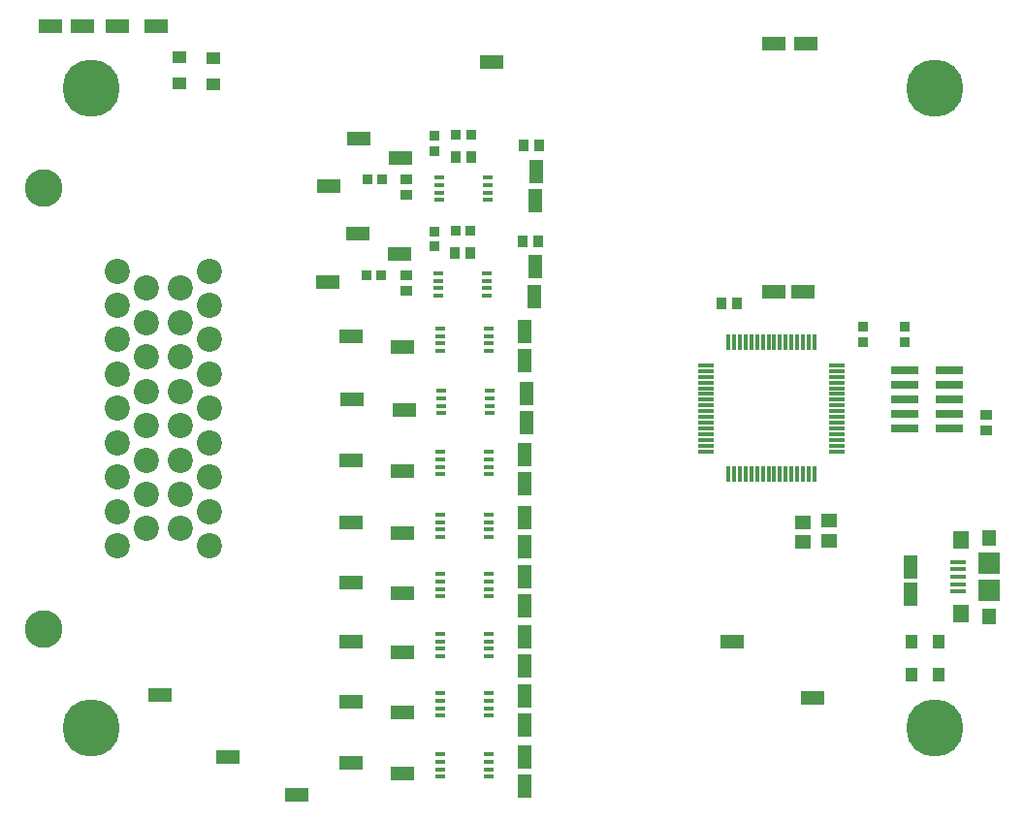
<source format=gbr>
%TF.GenerationSoftware,Altium Limited,Altium Designer,19.0.10 (269)*%
G04 Layer_Color=255*
%FSLAX26Y26*%
%MOIN*%
%TF.FileFunction,Pads,Top*%
%TF.Part,Single*%
G01*
G75*
%TA.AperFunction,SMDPad,CuDef*%
%ADD10R,0.035433X0.039370*%
%ADD11R,0.080709X0.045276*%
%ADD12R,0.051181X0.043307*%
%ADD13R,0.043307X0.051181*%
%ADD14R,0.094488X0.029921*%
%ADD15R,0.039370X0.035433*%
%ADD16R,0.037402X0.033465*%
%ADD17R,0.011811X0.053150*%
%ADD18R,0.053150X0.011811*%
%ADD19R,0.045276X0.080709*%
%ADD20R,0.053150X0.045276*%
%ADD21R,0.035000X0.016535*%
%ADD22R,0.074803X0.074803*%
%ADD23R,0.051181X0.057087*%
%ADD24R,0.055118X0.062992*%
%ADD25R,0.053150X0.015748*%
%ADD26R,0.033465X0.037402*%
%TA.AperFunction,ViaPad*%
%ADD31C,0.196850*%
%TA.AperFunction,ComponentPad*%
%ADD32C,0.086614*%
%ADD33C,0.129921*%
D10*
X2466072Y1760346D02*
D03*
X2519221D02*
D03*
X1549315Y1936074D02*
D03*
X1602464D02*
D03*
X1783425Y1975000D02*
D03*
X1836575D02*
D03*
X1785895Y2303559D02*
D03*
X1839045D02*
D03*
X1551784Y2264633D02*
D03*
X1604934D02*
D03*
D11*
X2745282Y1800346D02*
D03*
X2643646D02*
D03*
X268071Y2715000D02*
D03*
X2644631Y2654433D02*
D03*
X2755000D02*
D03*
X770000Y201339D02*
D03*
X535000Y413075D02*
D03*
X1675000Y2591377D02*
D03*
X1005000Y71098D02*
D03*
X2780000Y405000D02*
D03*
X2502442Y598228D02*
D03*
X1370000Y145000D02*
D03*
X1190984Y181571D02*
D03*
X1370000Y355000D02*
D03*
X1190984Y391572D02*
D03*
X1370000Y970000D02*
D03*
X1190984Y1006572D02*
D03*
X1370000Y1185000D02*
D03*
X1190984Y1221572D02*
D03*
X1370000Y765000D02*
D03*
X1190984Y801572D02*
D03*
X1370000Y560000D02*
D03*
X1190984Y596572D02*
D03*
X1375000Y1395000D02*
D03*
X1195984Y1431572D02*
D03*
X1370000Y1610000D02*
D03*
X1190984Y1646572D02*
D03*
X1359170Y1932153D02*
D03*
X1361640Y2260712D02*
D03*
X1216713Y2000000D02*
D03*
X1219182Y2328559D02*
D03*
X1113170Y1835000D02*
D03*
X1115640Y2163559D02*
D03*
X522677Y2715000D02*
D03*
X160000D02*
D03*
X390000Y2715002D02*
D03*
D12*
X717586Y2605276D02*
D03*
Y2514724D02*
D03*
X603582Y2607200D02*
D03*
Y2516649D02*
D03*
D13*
X3210553Y599367D02*
D03*
X3120002D02*
D03*
Y482992D02*
D03*
X3210553D02*
D03*
D14*
X3096457Y1530000D02*
D03*
X3250000D02*
D03*
X3096457Y1480000D02*
D03*
X3250000D02*
D03*
X3096457Y1430000D02*
D03*
X3250000D02*
D03*
X3096457Y1380000D02*
D03*
X3250000D02*
D03*
X3096457Y1330000D02*
D03*
X3250000D02*
D03*
D15*
X3374646Y1377835D02*
D03*
Y1324685D02*
D03*
X1380889Y1804500D02*
D03*
Y1857649D02*
D03*
X1383359Y2133059D02*
D03*
Y2186208D02*
D03*
D16*
X3096457Y1680472D02*
D03*
Y1629291D02*
D03*
X2951513Y1680472D02*
D03*
Y1629291D02*
D03*
X1477297Y2007744D02*
D03*
Y1956563D02*
D03*
X1479767Y2336303D02*
D03*
Y2285122D02*
D03*
D17*
X2784652Y1626850D02*
D03*
X2764967D02*
D03*
X2745282D02*
D03*
X2725597D02*
D03*
X2705912D02*
D03*
X2686227D02*
D03*
X2666542D02*
D03*
X2646857D02*
D03*
X2627171D02*
D03*
X2607486D02*
D03*
X2587801D02*
D03*
X2568116D02*
D03*
X2548431D02*
D03*
X2528746D02*
D03*
X2509061D02*
D03*
X2489376D02*
D03*
Y1174094D02*
D03*
X2509061D02*
D03*
X2528746D02*
D03*
X2548431D02*
D03*
X2568116D02*
D03*
X2587801D02*
D03*
X2607486D02*
D03*
X2627171D02*
D03*
X2646857D02*
D03*
X2666542D02*
D03*
X2686227D02*
D03*
X2705912D02*
D03*
X2725597D02*
D03*
X2745282D02*
D03*
X2764967D02*
D03*
X2784652D02*
D03*
D18*
X2410636Y1548110D02*
D03*
Y1528425D02*
D03*
Y1508740D02*
D03*
Y1489055D02*
D03*
Y1469370D02*
D03*
Y1449685D02*
D03*
Y1430000D02*
D03*
Y1410315D02*
D03*
Y1390630D02*
D03*
Y1370945D02*
D03*
Y1351260D02*
D03*
Y1331575D02*
D03*
Y1311890D02*
D03*
Y1292205D02*
D03*
Y1272520D02*
D03*
Y1252835D02*
D03*
X2863392D02*
D03*
Y1272520D02*
D03*
Y1292205D02*
D03*
Y1311890D02*
D03*
Y1331575D02*
D03*
Y1351260D02*
D03*
Y1370945D02*
D03*
Y1390630D02*
D03*
Y1410315D02*
D03*
Y1430000D02*
D03*
Y1449685D02*
D03*
Y1469370D02*
D03*
Y1489055D02*
D03*
Y1508740D02*
D03*
Y1528425D02*
D03*
Y1548110D02*
D03*
D19*
X3115000Y762290D02*
D03*
Y853756D02*
D03*
X1790000Y200272D02*
D03*
X1790000Y100272D02*
D03*
X1790000Y410272D02*
D03*
X1790000Y310272D02*
D03*
X1790000Y1025272D02*
D03*
X1790000Y925272D02*
D03*
X1790000Y1240272D02*
D03*
X1790000Y1140272D02*
D03*
X1790000Y820272D02*
D03*
X1790000Y720272D02*
D03*
X1790000Y615272D02*
D03*
X1790000Y515272D02*
D03*
X1795000Y1450272D02*
D03*
X1795000Y1350272D02*
D03*
X1790000Y1665272D02*
D03*
X1790000Y1565272D02*
D03*
X1825000Y1887177D02*
D03*
X1827470Y2215736D02*
D03*
X1823477Y1784596D02*
D03*
X1825947Y2113155D02*
D03*
D20*
X2835000Y944016D02*
D03*
Y1012913D02*
D03*
X2746266Y940551D02*
D03*
Y1009449D02*
D03*
D21*
X1663878Y1598186D02*
D03*
Y1623776D02*
D03*
Y1649367D02*
D03*
Y1674957D02*
D03*
X1498091Y1598186D02*
D03*
Y1623776D02*
D03*
Y1649367D02*
D03*
Y1674957D02*
D03*
X1668878Y1383186D02*
D03*
Y1408776D02*
D03*
Y1434367D02*
D03*
Y1459957D02*
D03*
X1503091Y1383186D02*
D03*
Y1408776D02*
D03*
Y1434367D02*
D03*
Y1459957D02*
D03*
X1663878Y1173186D02*
D03*
Y1198776D02*
D03*
Y1224367D02*
D03*
Y1249957D02*
D03*
X1498091Y1173186D02*
D03*
Y1198776D02*
D03*
Y1224367D02*
D03*
Y1249957D02*
D03*
X1663878Y958186D02*
D03*
Y983776D02*
D03*
Y1009367D02*
D03*
Y1034957D02*
D03*
X1498091Y958186D02*
D03*
Y983776D02*
D03*
Y1009367D02*
D03*
Y1034957D02*
D03*
X1663878Y753186D02*
D03*
Y778776D02*
D03*
Y804367D02*
D03*
Y829957D02*
D03*
X1498091Y753186D02*
D03*
Y778776D02*
D03*
Y804367D02*
D03*
Y829957D02*
D03*
X1663878Y548186D02*
D03*
Y573776D02*
D03*
Y599367D02*
D03*
Y624957D02*
D03*
X1498091Y548186D02*
D03*
Y573776D02*
D03*
Y599367D02*
D03*
Y624957D02*
D03*
X1663878Y343186D02*
D03*
Y368776D02*
D03*
Y394367D02*
D03*
Y419957D02*
D03*
X1498091Y343186D02*
D03*
Y368776D02*
D03*
Y394367D02*
D03*
Y419957D02*
D03*
Y209957D02*
D03*
Y184367D02*
D03*
Y158776D02*
D03*
Y133186D02*
D03*
X1663878Y209957D02*
D03*
Y184367D02*
D03*
Y158776D02*
D03*
Y133186D02*
D03*
X1658783Y1787688D02*
D03*
Y1813279D02*
D03*
Y1838870D02*
D03*
Y1864460D02*
D03*
X1492996Y1787688D02*
D03*
Y1813279D02*
D03*
Y1838870D02*
D03*
Y1864460D02*
D03*
X1661253Y2116248D02*
D03*
Y2141838D02*
D03*
Y2167429D02*
D03*
Y2193019D02*
D03*
X1495466Y2116248D02*
D03*
Y2141838D02*
D03*
Y2167429D02*
D03*
Y2193019D02*
D03*
D22*
X3385000Y868228D02*
D03*
Y773740D02*
D03*
D23*
Y955827D02*
D03*
Y686142D02*
D03*
D24*
X3288543Y946969D02*
D03*
Y695000D02*
D03*
D25*
X3279685Y872165D02*
D03*
Y846575D02*
D03*
Y795394D02*
D03*
Y769803D02*
D03*
Y820984D02*
D03*
D26*
X1245299Y1857649D02*
D03*
X1296480D02*
D03*
X1550299Y2011074D02*
D03*
X1601480D02*
D03*
X1552769Y2339633D02*
D03*
X1603950D02*
D03*
X1298950Y2186208D02*
D03*
X1247769D02*
D03*
D31*
X300000Y300000D02*
D03*
Y2500000D02*
D03*
X3200000Y300000D02*
D03*
Y2500000D02*
D03*
D32*
X488425Y1695276D02*
D03*
Y1813386D02*
D03*
Y986614D02*
D03*
X606535D02*
D03*
X390000Y1872441D02*
D03*
Y1754331D02*
D03*
Y1636220D02*
D03*
Y1518110D02*
D03*
Y1400000D02*
D03*
Y1281890D02*
D03*
Y1163780D02*
D03*
Y1045669D02*
D03*
Y927559D02*
D03*
X488425Y1577165D02*
D03*
Y1459055D02*
D03*
Y1340945D02*
D03*
Y1222835D02*
D03*
Y1104724D02*
D03*
X606535Y1813386D02*
D03*
Y1695276D02*
D03*
Y1577165D02*
D03*
Y1459055D02*
D03*
Y1340945D02*
D03*
Y1222835D02*
D03*
Y1104724D02*
D03*
X704961Y1872441D02*
D03*
Y1754331D02*
D03*
Y1636220D02*
D03*
Y1518110D02*
D03*
Y1400000D02*
D03*
Y1281890D02*
D03*
Y1163780D02*
D03*
Y1045669D02*
D03*
Y927559D02*
D03*
D33*
X134095Y642126D02*
D03*
Y2157874D02*
D03*
%TF.MD5,8d00f642f422ab5a24c31413056f1038*%
M02*

</source>
